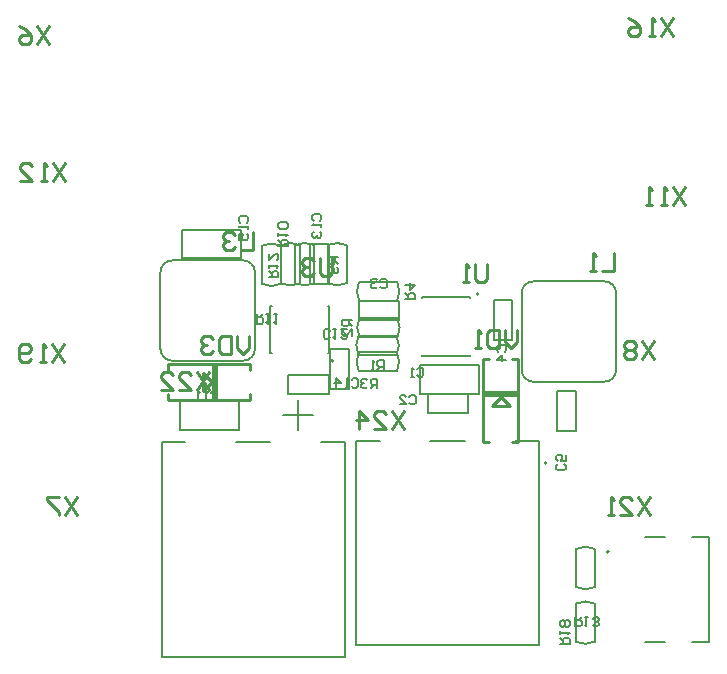
<source format=gbo>
G04*
G04 #@! TF.GenerationSoftware,Altium Limited,Altium Designer,24.4.1 (13)*
G04*
G04 Layer_Color=32896*
%FSLAX44Y44*%
%MOMM*%
G71*
G04*
G04 #@! TF.SameCoordinates,5A4A1F7D-102A-4DB2-8EF6-149E98EE43DC*
G04*
G04*
G04 #@! TF.FilePolarity,Positive*
G04*
G01*
G75*
%ADD10C,0.2000*%
%ADD11C,0.2500*%
%ADD12C,0.1270*%
%ADD13C,0.2540*%
%ADD14C,0.1500*%
%ADD16R,3.0000X0.5000*%
%ADD82R,0.5000X3.0000*%
D10*
X672000Y994000D02*
G03*
X672000Y994000I-1000J0D01*
G01*
X614420Y1137150D02*
G03*
X614420Y1137150I-1000J0D01*
G01*
X491400Y1080830D02*
G03*
X491400Y1080830I-1000J0D01*
G01*
X446950Y1178149D02*
G03*
X431050Y1178149I-7950J-16149D01*
G01*
Y1145851D02*
G03*
X446950Y1145851I7950J16149D01*
G01*
X447050Y1146351D02*
G03*
X462950Y1146351I7950J16149D01*
G01*
Y1178649D02*
G03*
X447050Y1178649I-7950J-16149D01*
G01*
X502450D02*
G03*
X486550Y1178649I-7950J-16149D01*
G01*
Y1146351D02*
G03*
X502450Y1146351I7950J16149D01*
G01*
X459300D02*
G03*
X475200Y1146351I7950J16149D01*
G01*
Y1178649D02*
G03*
X459300Y1178649I-7950J-16149D01*
G01*
X355000Y1165750D02*
G03*
X345000Y1155750I0J-10000D01*
G01*
Y1090750D02*
G03*
X355000Y1080750I10000J0D01*
G01*
X425000Y1155750D02*
G03*
X415000Y1165750I-10000J0D01*
G01*
Y1080750D02*
G03*
X425000Y1090750I0J10000D01*
G01*
X660750Y1148000D02*
G03*
X650750Y1138000I0J-10000D01*
G01*
Y1073000D02*
G03*
X660750Y1063000I10000J0D01*
G01*
X730750Y1138000D02*
G03*
X720750Y1148000I-10000J0D01*
G01*
Y1063000D02*
G03*
X730750Y1073000I0J10000D01*
G01*
X545149Y1071800D02*
G03*
X545149Y1087700I-16149J7950D01*
G01*
X512851D02*
G03*
X512851Y1071800I16149J-7950D01*
G01*
X545399Y1131550D02*
G03*
X545399Y1147450I-16149J7950D01*
G01*
X513101D02*
G03*
X513101Y1131550I16149J-7950D01*
G01*
X545649Y1100800D02*
G03*
X545649Y1116700I-16149J7950D01*
G01*
X513351D02*
G03*
X513351Y1100800I16149J-7950D01*
G01*
X512601Y1101700D02*
G03*
X512601Y1085800I16149J-7950D01*
G01*
X544899D02*
G03*
X544899Y1101700I-16149J7950D01*
G01*
X712700Y921399D02*
G03*
X696800Y921399I-7950J-16149D01*
G01*
Y889101D02*
G03*
X712700Y889101I7950J16149D01*
G01*
X696800Y842851D02*
G03*
X712700Y842851I7950J16149D01*
G01*
Y875149D02*
G03*
X696800Y875149I-7950J-16149D01*
G01*
X724690Y918948D02*
G03*
X724690Y918948I-1000J0D01*
G01*
X447000Y1146000D02*
Y1178000D01*
X431000Y1146000D02*
Y1178000D01*
X447000Y1146500D02*
Y1178500D01*
X463000Y1146500D02*
Y1178500D01*
X502500Y1146500D02*
Y1178500D01*
X486500Y1146500D02*
Y1178500D01*
X459250Y1146500D02*
Y1178500D01*
X475250Y1146500D02*
Y1178500D01*
X487750Y1145500D02*
Y1179500D01*
X471750D02*
X487750D01*
X471750Y1145500D02*
Y1179500D01*
Y1145500D02*
X487750D01*
X345000Y1090750D02*
Y1155750D01*
X355000Y1165750D02*
X415000D01*
X355000Y1080750D02*
X415000D01*
X425000Y1090750D02*
Y1155750D01*
X571750Y1052750D02*
X605750D01*
X571750Y1036750D02*
Y1052750D01*
Y1036750D02*
X605750D01*
Y1052750D01*
X614750Y1052750D02*
Y1076750D01*
X564750Y1052750D02*
X614750D01*
X564750D02*
Y1076750D01*
X614750D01*
X650750Y1073000D02*
Y1138000D01*
X660750Y1148000D02*
X720750D01*
X660750Y1063000D02*
X720750D01*
X730750Y1073000D02*
Y1138000D01*
X696750Y1021500D02*
Y1055500D01*
X680750D02*
X696750D01*
X680750Y1021500D02*
Y1055500D01*
Y1021500D02*
X696750D01*
X513000Y1071750D02*
X545000D01*
X513000Y1087750D02*
X545000D01*
X513000Y1131250D02*
X547000D01*
X513000Y1115250D02*
Y1131250D01*
Y1115250D02*
X547000D01*
Y1131250D01*
X513250Y1131500D02*
X545250D01*
X513250Y1147500D02*
X545250D01*
X513500Y1100750D02*
X545500D01*
X513500Y1116750D02*
X545500D01*
X512750Y1101750D02*
X544750D01*
X512750Y1085750D02*
X544750D01*
X627000Y1098500D02*
X643000D01*
X627000D02*
Y1132500D01*
X643000D01*
Y1098500D02*
Y1132500D01*
X453250Y1052750D02*
Y1068750D01*
X487250D01*
Y1052750D02*
Y1068750D01*
X453250Y1052750D02*
X487250D01*
X361750Y1022500D02*
Y1046500D01*
X411750D01*
Y1022500D02*
Y1046500D01*
X361750Y1022500D02*
X411750D01*
X488500Y1056750D02*
X504500D01*
X488500D02*
Y1090750D01*
X504500D01*
Y1056750D02*
Y1090750D01*
X413000Y1167500D02*
Y1191500D01*
X363000Y1167500D02*
X413000D01*
X363000D02*
Y1191500D01*
X413000D01*
X712750Y889250D02*
Y921250D01*
X696750Y889250D02*
Y921250D01*
X696750Y843000D02*
Y875000D01*
X712750Y843000D02*
Y875000D01*
D11*
X648000Y1012250D02*
Y1082250D01*
X618000Y1012250D02*
Y1082250D01*
X643000Y1012250D02*
X648000D01*
X618000D02*
X623000D01*
X618000Y1082250D02*
X623000D01*
X643000D02*
X648000D01*
X625500Y1042250D02*
X640500D01*
X633000Y1049750D02*
X633000D01*
X640500Y1042250D01*
X625500D02*
X625500D01*
X633000Y1049750D01*
X351000Y1047750D02*
X421000D01*
X351000Y1077750D02*
X421000D01*
X351000Y1047750D02*
Y1052750D01*
Y1072750D02*
Y1077750D01*
X421000Y1072750D02*
Y1077750D01*
Y1047750D02*
Y1052750D01*
X381000Y1055250D02*
Y1070250D01*
X388500Y1062750D02*
Y1062750D01*
X381000Y1055250D02*
X388500Y1062750D01*
X381000Y1070250D02*
Y1070250D01*
Y1070250D02*
X388500Y1062750D01*
D12*
X665500Y840500D02*
Y1012500D01*
X510500Y840500D02*
X665500D01*
X510500D02*
Y1012500D01*
X530900D01*
X573100D02*
X602900D01*
X645100D02*
X665500D01*
X461600Y1022150D02*
Y1034850D01*
X448900D02*
X461600D01*
Y1047550D01*
Y1034850D02*
X474300D01*
X346000Y829750D02*
X501000D01*
Y1011750D01*
X346000Y829750D02*
Y1011750D01*
X409280D02*
X437720D01*
X481280D02*
X501000D01*
X346000D02*
X365720D01*
X566750Y1084750D02*
Y1085750D01*
X606750Y1084750D02*
Y1085750D01*
X566750Y1084750D02*
X606750D01*
Y1133750D02*
Y1134750D01*
X566750Y1133750D02*
Y1134750D01*
X606750D01*
X438000Y1127500D02*
X439000D01*
X438000Y1087500D02*
X439000D01*
X438000D02*
Y1127500D01*
X487000Y1087500D02*
X488000D01*
X487000Y1127500D02*
X488000D01*
Y1087500D02*
Y1127500D01*
X755190Y842248D02*
X771990D01*
X795390D02*
X809690D01*
X755190Y931648D02*
X771990D01*
X795390D02*
X809690D01*
Y842248D02*
Y931648D01*
D13*
X550926Y1038093D02*
X540769Y1022858D01*
Y1038093D02*
X550926Y1022858D01*
X525534D02*
X535691D01*
X525534Y1033015D01*
Y1035554D01*
X528073Y1038093D01*
X533152D01*
X535691Y1035554D01*
X512838Y1022858D02*
Y1038093D01*
X520456Y1030475D01*
X510299D01*
X386334Y1071113D02*
X376177Y1055878D01*
Y1071113D02*
X386334Y1055878D01*
X360942D02*
X371099D01*
X360942Y1066035D01*
Y1068574D01*
X363481Y1071113D01*
X368560D01*
X371099Y1068574D01*
X345707Y1055878D02*
X355864D01*
X345707Y1066035D01*
Y1068574D01*
X348246Y1071113D01*
X353325D01*
X355864Y1068574D01*
X759714Y965449D02*
X749557Y950214D01*
Y965449D02*
X759714Y950214D01*
X734322D02*
X744479D01*
X734322Y960371D01*
Y962910D01*
X736861Y965449D01*
X741940D01*
X744479Y962910D01*
X729244Y950214D02*
X724165D01*
X726705D01*
Y965449D01*
X729244Y962910D01*
X263652Y1095243D02*
X253495Y1080008D01*
Y1095243D02*
X263652Y1080008D01*
X248417D02*
X243339D01*
X245878D01*
Y1095243D01*
X248417Y1092704D01*
X235721Y1082547D02*
X233182Y1080008D01*
X228104D01*
X225564Y1082547D01*
Y1092704D01*
X228104Y1095243D01*
X233182D01*
X235721Y1092704D01*
Y1090165D01*
X233182Y1087626D01*
X225564D01*
X778764Y1371087D02*
X768607Y1355852D01*
Y1371087D02*
X778764Y1355852D01*
X763529D02*
X758451D01*
X760990D01*
Y1371087D01*
X763529Y1368548D01*
X740676Y1371087D02*
X745755Y1368548D01*
X750833Y1363470D01*
Y1358391D01*
X748294Y1355852D01*
X743215D01*
X740676Y1358391D01*
Y1360930D01*
X743215Y1363470D01*
X750833D01*
X264160Y1247897D02*
X254003Y1232662D01*
Y1247897D02*
X264160Y1232662D01*
X248925D02*
X243847D01*
X246386D01*
Y1247897D01*
X248925Y1245358D01*
X226072Y1232662D02*
X236229D01*
X226072Y1242819D01*
Y1245358D01*
X228612Y1247897D01*
X233690D01*
X236229Y1245358D01*
X789432Y1227831D02*
X779275Y1212596D01*
Y1227831D02*
X789432Y1212596D01*
X774197D02*
X769119D01*
X771658D01*
Y1227831D01*
X774197Y1225292D01*
X761501Y1212596D02*
X756423D01*
X758962D01*
Y1227831D01*
X761501Y1225292D01*
X762762Y1097783D02*
X752605Y1082548D01*
Y1097783D02*
X762762Y1082548D01*
X747527Y1095244D02*
X744988Y1097783D01*
X739909D01*
X737370Y1095244D01*
Y1092705D01*
X739909Y1090165D01*
X737370Y1087626D01*
Y1085087D01*
X739909Y1082548D01*
X744988D01*
X747527Y1085087D01*
Y1087626D01*
X744988Y1090165D01*
X747527Y1092705D01*
Y1095244D01*
X744988Y1090165D02*
X739909D01*
X274320Y965195D02*
X264163Y949960D01*
Y965195D02*
X274320Y949960D01*
X259085Y965195D02*
X248928D01*
Y962656D01*
X259085Y952499D01*
Y949960D01*
X250444Y1364229D02*
X240287Y1348994D01*
Y1364229D02*
X250444Y1348994D01*
X225052Y1364229D02*
X230131Y1361690D01*
X235209Y1356611D01*
Y1351533D01*
X232670Y1348994D01*
X227591D01*
X225052Y1351533D01*
Y1354072D01*
X227591Y1356611D01*
X235209D01*
X419608Y1101847D02*
Y1091690D01*
X414530Y1086612D01*
X409451Y1091690D01*
Y1101847D01*
X404373D02*
Y1086612D01*
X396755D01*
X394216Y1089151D01*
Y1099308D01*
X396755Y1101847D01*
X404373D01*
X389138Y1099308D02*
X386599Y1101847D01*
X381520D01*
X378981Y1099308D01*
Y1096769D01*
X381520Y1094230D01*
X384059D01*
X381520D01*
X378981Y1091690D01*
Y1089151D01*
X381520Y1086612D01*
X386599D01*
X389138Y1089151D01*
X646684Y1106419D02*
Y1096262D01*
X641606Y1091184D01*
X636527Y1096262D01*
Y1106419D01*
X631449D02*
Y1091184D01*
X623831D01*
X621292Y1093723D01*
Y1103880D01*
X623831Y1106419D01*
X631449D01*
X616214Y1091184D02*
X611135D01*
X613675D01*
Y1106419D01*
X616214Y1103880D01*
X490474Y1167633D02*
Y1154937D01*
X487935Y1152398D01*
X482856D01*
X480317Y1154937D01*
Y1167633D01*
X475239Y1165094D02*
X472700Y1167633D01*
X467621D01*
X465082Y1165094D01*
Y1162555D01*
X467621Y1160015D01*
X470161D01*
X467621D01*
X465082Y1157476D01*
Y1154937D01*
X467621Y1152398D01*
X472700D01*
X475239Y1154937D01*
X621538Y1162553D02*
Y1149857D01*
X618999Y1147318D01*
X613921D01*
X611381Y1149857D01*
Y1162553D01*
X606303Y1147318D02*
X601225D01*
X603764D01*
Y1162553D01*
X606303Y1160014D01*
X423418Y1189731D02*
Y1174496D01*
X413261D01*
X408183Y1187192D02*
X405644Y1189731D01*
X400565D01*
X398026Y1187192D01*
Y1184653D01*
X400565Y1182113D01*
X403105D01*
X400565D01*
X398026Y1179574D01*
Y1177035D01*
X400565Y1174496D01*
X405644D01*
X408183Y1177035D01*
X729234Y1171951D02*
Y1156716D01*
X719077D01*
X713999D02*
X708921D01*
X711460D01*
Y1171951D01*
X713999Y1169412D01*
D14*
X552251Y1132835D02*
X560249D01*
Y1136834D01*
X558916Y1138167D01*
X556250D01*
X554917Y1136834D01*
Y1132835D01*
Y1135501D02*
X552251Y1138167D01*
Y1144832D02*
X560249D01*
X556250Y1140833D01*
Y1146165D01*
X506999Y1115415D02*
X499001D01*
Y1111416D01*
X500334Y1110083D01*
X503000D01*
X504333Y1111416D01*
Y1115415D01*
Y1112749D02*
X506999Y1110083D01*
Y1102085D02*
Y1107417D01*
X501667Y1102085D01*
X500334D01*
X499001Y1103418D01*
Y1106084D01*
X500334Y1107417D01*
X555583Y1050416D02*
X556916Y1051749D01*
X559582D01*
X560914Y1050416D01*
Y1045084D01*
X559582Y1043751D01*
X556916D01*
X555583Y1045084D01*
X547585Y1043751D02*
X552917D01*
X547585Y1049083D01*
Y1050416D01*
X548918Y1051749D01*
X551584D01*
X552917Y1050416D01*
X683301Y841003D02*
X691299D01*
Y845002D01*
X689966Y846335D01*
X687300D01*
X685967Y845002D01*
Y841003D01*
Y843669D02*
X683301Y846335D01*
Y849001D02*
Y851666D01*
Y850333D01*
X691299D01*
X689966Y849001D01*
Y855665D02*
X691299Y856998D01*
Y859664D01*
X689966Y860997D01*
X688633D01*
X687300Y859664D01*
X685967Y860997D01*
X684634D01*
X683301Y859664D01*
Y856998D01*
X684634Y855665D01*
X685967D01*
X687300Y856998D01*
X688633Y855665D01*
X689966D01*
X687300Y856998D02*
Y859664D01*
X696253Y863749D02*
Y855751D01*
X700252D01*
X701585Y857084D01*
Y859750D01*
X700252Y861083D01*
X696253D01*
X698919D02*
X701585Y863749D01*
X704251D02*
X706916D01*
X705584D01*
Y855751D01*
X704251Y857084D01*
X710915D02*
X712248Y855751D01*
X714914D01*
X716247Y857084D01*
Y858417D01*
X714914Y859750D01*
X713581D01*
X714914D01*
X716247Y861083D01*
Y862416D01*
X714914Y863749D01*
X712248D01*
X710915Y862416D01*
X436751Y1151253D02*
X444749D01*
Y1155252D01*
X443416Y1156585D01*
X440750D01*
X439417Y1155252D01*
Y1151253D01*
Y1153919D02*
X436751Y1156585D01*
Y1159251D02*
Y1161916D01*
Y1160583D01*
X444749D01*
X443416Y1159251D01*
X436751Y1171247D02*
Y1165915D01*
X442083Y1171247D01*
X443416D01*
X444749Y1169914D01*
Y1167248D01*
X443416Y1165915D01*
X426586Y1120249D02*
Y1112251D01*
X430585D01*
X431918Y1113584D01*
Y1116250D01*
X430585Y1117583D01*
X426586D01*
X429252D02*
X431918Y1120249D01*
X434584D02*
X437249D01*
X435916D01*
Y1112251D01*
X434584Y1113584D01*
X441248Y1120249D02*
X443914D01*
X442581D01*
Y1112251D01*
X441248Y1113584D01*
X444751Y1178003D02*
X452749D01*
Y1182002D01*
X451416Y1183335D01*
X448750D01*
X447417Y1182002D01*
Y1178003D01*
Y1180669D02*
X444751Y1183335D01*
Y1186001D02*
Y1188666D01*
Y1187334D01*
X452749D01*
X451416Y1186001D01*
Y1192665D02*
X452749Y1193998D01*
Y1196664D01*
X451416Y1197997D01*
X446084D01*
X444751Y1196664D01*
Y1193998D01*
X446084Y1192665D01*
X451416D01*
X495499Y1168165D02*
X487501D01*
Y1164166D01*
X488834Y1162833D01*
X491500D01*
X492833Y1164166D01*
Y1168165D01*
Y1165499D02*
X495499Y1162833D01*
X494166Y1160167D02*
X495499Y1158834D01*
Y1156169D01*
X494166Y1154836D01*
X488834D01*
X487501Y1156169D01*
Y1158834D01*
X488834Y1160167D01*
X490167D01*
X491500Y1158834D01*
Y1154836D01*
X528164Y1057501D02*
Y1065499D01*
X524166D01*
X522833Y1064166D01*
Y1061500D01*
X524166Y1060167D01*
X528164D01*
X525499D02*
X522833Y1057501D01*
X520167Y1064166D02*
X518834Y1065499D01*
X516168D01*
X514836Y1064166D01*
Y1062833D01*
X516168Y1061500D01*
X517501D01*
X516168D01*
X514836Y1060167D01*
Y1058834D01*
X516168Y1057501D01*
X518834D01*
X520167Y1058834D01*
X533832Y1073001D02*
Y1080999D01*
X529833D01*
X528500Y1079666D01*
Y1077000D01*
X529833Y1075667D01*
X533832D01*
X531166D02*
X528500Y1073001D01*
X525834D02*
X523168D01*
X524501D01*
Y1080999D01*
X525834Y1079666D01*
X412584Y1197665D02*
X411251Y1198998D01*
Y1201664D01*
X412584Y1202997D01*
X417916D01*
X419249Y1201664D01*
Y1198998D01*
X417916Y1197665D01*
X419249Y1194999D02*
Y1192334D01*
Y1193666D01*
X411251D01*
X412584Y1194999D01*
X411251Y1183003D02*
Y1188335D01*
X415250D01*
X413917Y1185669D01*
Y1184336D01*
X415250Y1183003D01*
X417916D01*
X419249Y1184336D01*
Y1187002D01*
X417916Y1188335D01*
X506915Y1064416D02*
X508248Y1065749D01*
X510914D01*
X512247Y1064416D01*
Y1059084D01*
X510914Y1057751D01*
X508248D01*
X506915Y1059084D01*
X504249Y1057751D02*
X501584D01*
X502916D01*
Y1065749D01*
X504249Y1064416D01*
X493586Y1057751D02*
Y1065749D01*
X497585Y1061750D01*
X492253D01*
X474584Y1199415D02*
X473251Y1200748D01*
Y1203414D01*
X474584Y1204747D01*
X479916D01*
X481249Y1203414D01*
Y1200748D01*
X479916Y1199415D01*
X481249Y1196749D02*
Y1194083D01*
Y1195416D01*
X473251D01*
X474584Y1196749D01*
Y1190085D02*
X473251Y1188752D01*
Y1186086D01*
X474584Y1184753D01*
X475917D01*
X477250Y1186086D01*
Y1187419D01*
Y1186086D01*
X478583Y1184753D01*
X479916D01*
X481249Y1186086D01*
Y1188752D01*
X479916Y1190085D01*
X488585Y1100584D02*
X487252Y1099251D01*
X484586D01*
X483253Y1100584D01*
Y1105916D01*
X484586Y1107249D01*
X487252D01*
X488585Y1105916D01*
X491251Y1107249D02*
X493917D01*
X492584D01*
Y1099251D01*
X491251Y1100584D01*
X503247Y1107249D02*
X497915D01*
X503247Y1101917D01*
Y1100584D01*
X501914Y1099251D01*
X499248D01*
X497915Y1100584D01*
X387582Y1053666D02*
X388915Y1054999D01*
X391581D01*
X392914Y1053666D01*
Y1048334D01*
X391581Y1047001D01*
X388915D01*
X387582Y1048334D01*
X384916Y1047001D02*
X382251D01*
X383583D01*
Y1054999D01*
X384916Y1053666D01*
X378252Y1047001D02*
X375586D01*
X376919D01*
Y1054999D01*
X378252Y1053666D01*
X686666Y993167D02*
X687999Y991834D01*
Y989168D01*
X686666Y987835D01*
X681334D01*
X680001Y989168D01*
Y991834D01*
X681334Y993167D01*
X687999Y1001164D02*
Y995833D01*
X684000D01*
X685333Y998499D01*
Y999832D01*
X684000Y1001164D01*
X681334D01*
X680001Y999832D01*
Y997166D01*
X681334Y995833D01*
X631084Y1088333D02*
X629751Y1089666D01*
Y1092332D01*
X631084Y1093664D01*
X636416D01*
X637749Y1092332D01*
Y1089666D01*
X636416Y1088333D01*
X637749Y1081668D02*
X629751D01*
X633750Y1085667D01*
Y1080335D01*
X531083Y1148916D02*
X532416Y1150249D01*
X535082D01*
X536414Y1148916D01*
Y1143584D01*
X535082Y1142251D01*
X532416D01*
X531083Y1143584D01*
X528417Y1148916D02*
X527084Y1150249D01*
X524418D01*
X523086Y1148916D01*
Y1147583D01*
X524418Y1146250D01*
X525751D01*
X524418D01*
X523086Y1144917D01*
Y1143584D01*
X524418Y1142251D01*
X527084D01*
X528417Y1143584D01*
X562250Y1073666D02*
X563583Y1074999D01*
X566249D01*
X567582Y1073666D01*
Y1068334D01*
X566249Y1067001D01*
X563583D01*
X562250Y1068334D01*
X559584Y1067001D02*
X556918D01*
X558251D01*
Y1074999D01*
X559584Y1073666D01*
D16*
X633007Y1052250D02*
D03*
D82*
X391001Y1062749D02*
D03*
M02*

</source>
